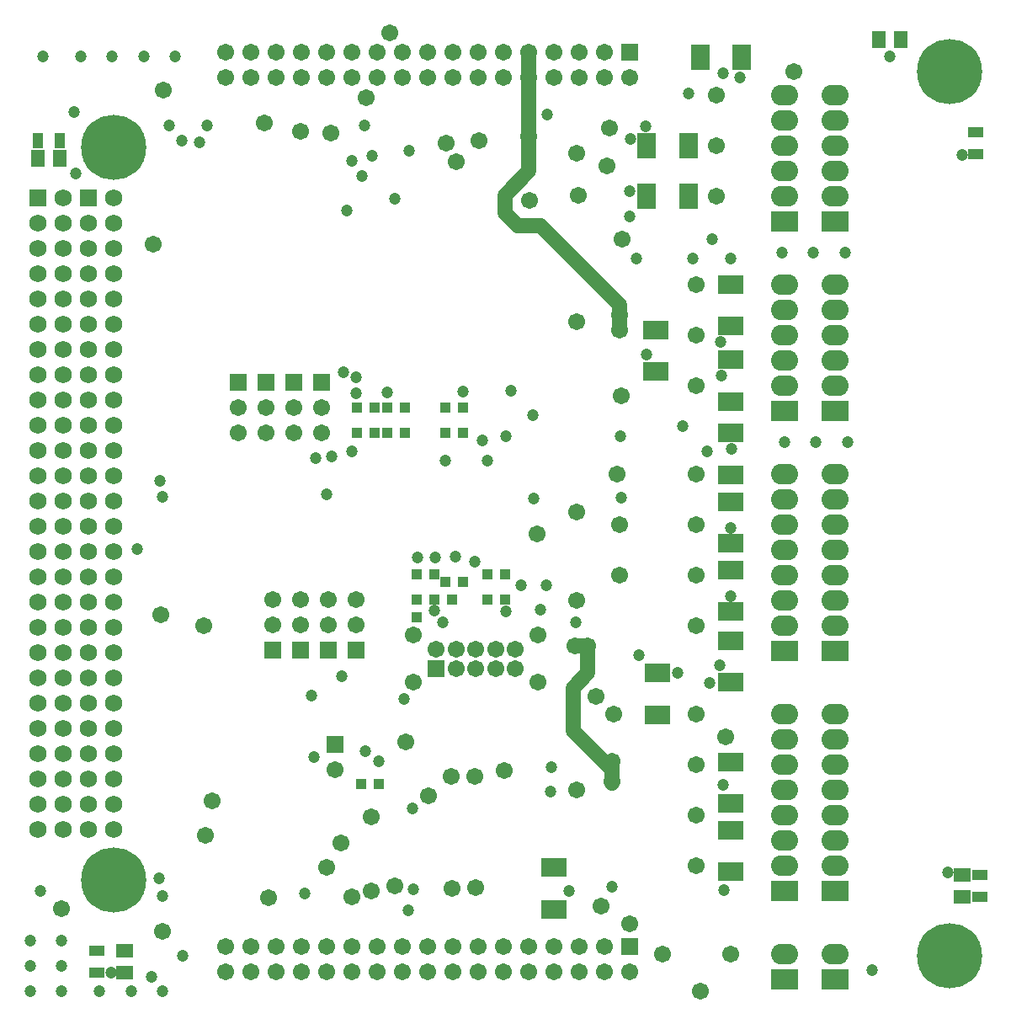
<source format=gbs>
G04 Layer_Color=16711935*
%FSAX25Y25*%
%MOIN*%
G70*
G01*
G75*
%ADD16C,0.05905*%
%ADD47R,0.04343X0.04343*%
%ADD49C,0.06706*%
%ADD50R,0.06706X0.06706*%
%ADD51R,0.06706X0.06706*%
%ADD52C,0.25800*%
%ADD53O,0.10642X0.08280*%
%ADD54R,0.10642X0.08280*%
%ADD55R,0.06902X0.06902*%
%ADD56C,0.06902*%
%ADD57C,0.04737*%
%ADD58R,0.09855X0.07178*%
%ADD59R,0.06509X0.05328*%
%ADD60R,0.05918X0.04343*%
%ADD61R,0.05328X0.06509*%
%ADD62R,0.04343X0.05918*%
%ADD63R,0.07178X0.09855*%
%ADD64R,0.04343X0.04343*%
D16*
X0711000Y0478985D02*
Y0486000D01*
X0675000Y0542000D02*
Y0589000D01*
X0665500Y0532500D02*
X0675000Y0542000D01*
X0665500Y0525500D02*
Y0532500D01*
Y0525500D02*
X0670500Y0520500D01*
X0679500D01*
X0710900Y0489100D01*
Y0484600D02*
Y0489100D01*
X0707800Y0299800D02*
Y0308300D01*
X0692500Y0320500D02*
X0707500Y0305500D01*
X0693200Y0353900D02*
X0698400D01*
Y0343400D02*
Y0353900D01*
X0692500Y0337500D02*
X0698400Y0343400D01*
X0692500Y0320500D02*
Y0337500D01*
D47*
X0665543Y0372500D02*
D03*
X0658457D02*
D03*
X0665543Y0382500D02*
D03*
X0658457D02*
D03*
X0649043Y0448500D02*
D03*
X0641957D02*
D03*
X0649043Y0438500D02*
D03*
X0641957D02*
D03*
X0626043D02*
D03*
X0618957D02*
D03*
X0626043Y0448500D02*
D03*
X0618957D02*
D03*
X0649043Y0379500D02*
D03*
X0641957D02*
D03*
X0644543Y0372500D02*
D03*
X0637457D02*
D03*
X0637543Y0382500D02*
D03*
X0630457D02*
D03*
X0614043Y0448500D02*
D03*
X0606957D02*
D03*
X0614043Y0438500D02*
D03*
X0606957D02*
D03*
X0608457Y0299400D02*
D03*
X0615543D02*
D03*
D49*
X0694000Y0549000D02*
D03*
X0693900Y0482500D02*
D03*
X0694000Y0372000D02*
D03*
Y0297000D02*
D03*
X0693900Y0406900D02*
D03*
X0661874Y0345000D02*
D03*
Y0352874D02*
D03*
X0654000Y0345000D02*
D03*
Y0352874D02*
D03*
X0669748D02*
D03*
X0678606Y0358386D02*
D03*
Y0339685D02*
D03*
X0629394Y0339587D02*
D03*
Y0358287D02*
D03*
X0638252Y0352874D02*
D03*
X0669748Y0345000D02*
D03*
X0646126D02*
D03*
Y0352874D02*
D03*
X0749244Y0532000D02*
D03*
Y0552000D02*
D03*
Y0572000D02*
D03*
X0741244Y0287000D02*
D03*
Y0267000D02*
D03*
Y0327000D02*
D03*
Y0307000D02*
D03*
X0755000Y0232000D02*
D03*
X0741244Y0497000D02*
D03*
Y0477000D02*
D03*
Y0457000D02*
D03*
Y0362000D02*
D03*
Y0382000D02*
D03*
Y0402000D02*
D03*
Y0422000D02*
D03*
X0571000Y0438500D02*
D03*
Y0448500D02*
D03*
X0560000Y0438500D02*
D03*
Y0448500D02*
D03*
X0582000Y0438500D02*
D03*
Y0448500D02*
D03*
X0595500Y0372500D02*
D03*
Y0362500D02*
D03*
X0573500Y0372500D02*
D03*
Y0362500D02*
D03*
X0675000Y0579000D02*
D03*
Y0589000D02*
D03*
X0685000Y0579000D02*
D03*
Y0589000D02*
D03*
X0695000Y0579000D02*
D03*
Y0589000D02*
D03*
X0705000Y0579000D02*
D03*
Y0589000D02*
D03*
X0715000Y0579000D02*
D03*
X0665000D02*
D03*
X0655000Y0589000D02*
D03*
Y0579000D02*
D03*
X0645000Y0589000D02*
D03*
Y0579000D02*
D03*
X0635000Y0589000D02*
D03*
Y0579000D02*
D03*
X0625000Y0589000D02*
D03*
Y0579000D02*
D03*
X0615000D02*
D03*
X0605000Y0589000D02*
D03*
Y0579000D02*
D03*
X0595000Y0589000D02*
D03*
Y0579000D02*
D03*
X0585000Y0589000D02*
D03*
Y0579000D02*
D03*
X0575000Y0589000D02*
D03*
Y0579000D02*
D03*
X0555000D02*
D03*
Y0589000D02*
D03*
X0565000Y0579000D02*
D03*
Y0589000D02*
D03*
X0665000D02*
D03*
X0615000D02*
D03*
X0675000Y0225000D02*
D03*
Y0235000D02*
D03*
X0685000Y0225000D02*
D03*
Y0235000D02*
D03*
X0695000Y0225000D02*
D03*
Y0235000D02*
D03*
X0705000Y0225000D02*
D03*
Y0235000D02*
D03*
X0715000Y0225000D02*
D03*
X0665000D02*
D03*
X0655000Y0235000D02*
D03*
Y0225000D02*
D03*
X0645000Y0235000D02*
D03*
Y0225000D02*
D03*
X0635000Y0235000D02*
D03*
Y0225000D02*
D03*
X0625000Y0235000D02*
D03*
Y0225000D02*
D03*
X0615000D02*
D03*
X0605000Y0235000D02*
D03*
Y0225000D02*
D03*
X0595000Y0235000D02*
D03*
Y0225000D02*
D03*
X0585000Y0235000D02*
D03*
Y0225000D02*
D03*
X0575000Y0235000D02*
D03*
Y0225000D02*
D03*
X0555000D02*
D03*
Y0235000D02*
D03*
X0565000Y0225000D02*
D03*
Y0235000D02*
D03*
X0665000D02*
D03*
X0615000D02*
D03*
X0606500Y0372500D02*
D03*
Y0362500D02*
D03*
X0593000Y0438500D02*
D03*
Y0448500D02*
D03*
X0598200Y0305000D02*
D03*
X0584500Y0372500D02*
D03*
Y0362500D02*
D03*
X0693200Y0353900D02*
D03*
X0706000Y0544000D02*
D03*
X0644700Y0258100D02*
D03*
X0653800Y0258300D02*
D03*
X0742900Y0217400D02*
D03*
X0715000Y0244000D02*
D03*
X0703700Y0251200D02*
D03*
X0530400Y0574000D02*
D03*
X0489900Y0250000D02*
D03*
X0612600Y0257100D02*
D03*
X0678100Y0398500D02*
D03*
X0701677Y0333977D02*
D03*
X0665300Y0304800D02*
D03*
X0653474Y0302519D02*
D03*
X0644400Y0302300D02*
D03*
X0620000Y0596800D02*
D03*
X0610700Y0571000D02*
D03*
X0694600Y0532500D02*
D03*
X0570200Y0561100D02*
D03*
X0584500Y0557600D02*
D03*
X0596600Y0557200D02*
D03*
X0646400Y0545800D02*
D03*
X0642300Y0553200D02*
D03*
X0655100Y0553900D02*
D03*
X0674900Y0555800D02*
D03*
X0753000Y0318200D02*
D03*
X0635100Y0294800D02*
D03*
X0626200Y0316000D02*
D03*
X0780000Y0581300D02*
D03*
X0708600Y0327000D02*
D03*
X0710900Y0485200D02*
D03*
X0711700Y0452900D02*
D03*
X0698400Y0353900D02*
D03*
X0707900Y0300400D02*
D03*
X0707800Y0308300D02*
D03*
X0546900Y0279100D02*
D03*
X0526200Y0513000D02*
D03*
X0549500Y0292700D02*
D03*
X0546402Y0362198D02*
D03*
X0675100Y0530300D02*
D03*
X0572000Y0254300D02*
D03*
X0622000Y0259100D02*
D03*
X0712000Y0515000D02*
D03*
X0711093Y0478893D02*
D03*
X0530000Y0241000D02*
D03*
X0711000Y0382000D02*
D03*
Y0402000D02*
D03*
X0710000Y0422000D02*
D03*
X0707000Y0559000D02*
D03*
X0529100Y0366400D02*
D03*
X0600700Y0276200D02*
D03*
X0594900Y0266400D02*
D03*
X0605000Y0254700D02*
D03*
X0612500Y0286500D02*
D03*
X0728000Y0231900D02*
D03*
D50*
X0638252Y0345000D02*
D03*
X0715000Y0589000D02*
D03*
Y0235000D02*
D03*
D51*
X0571000Y0458500D02*
D03*
X0560000D02*
D03*
X0582000D02*
D03*
X0595500Y0352500D02*
D03*
X0573500D02*
D03*
X0606500D02*
D03*
X0593000Y0458500D02*
D03*
X0598200Y0315000D02*
D03*
X0584500Y0352500D02*
D03*
D52*
X0510433Y0551433D02*
D03*
Y0261433D02*
D03*
X0841535Y0581433D02*
D03*
Y0231433D02*
D03*
D53*
X0776244Y0232000D02*
D03*
X0796244D02*
D03*
Y0542000D02*
D03*
X0776244D02*
D03*
X0796244Y0562000D02*
D03*
Y0572000D02*
D03*
X0776244Y0562000D02*
D03*
Y0572000D02*
D03*
X0796244Y0552000D02*
D03*
X0776244D02*
D03*
X0796244Y0532000D02*
D03*
X0776244D02*
D03*
X0796244Y0362000D02*
D03*
X0776244D02*
D03*
X0796244Y0392000D02*
D03*
X0776244D02*
D03*
X0796244Y0412000D02*
D03*
Y0422000D02*
D03*
X0776244Y0412000D02*
D03*
Y0422000D02*
D03*
X0796244Y0402000D02*
D03*
X0776244D02*
D03*
X0796244Y0382000D02*
D03*
X0776244D02*
D03*
X0796244Y0372000D02*
D03*
X0776244D02*
D03*
X0796244Y0467000D02*
D03*
X0776244D02*
D03*
X0796244Y0487000D02*
D03*
Y0497000D02*
D03*
X0776244Y0487000D02*
D03*
Y0497000D02*
D03*
X0796244Y0477000D02*
D03*
X0776244D02*
D03*
X0796244Y0457000D02*
D03*
X0776244D02*
D03*
X0796244Y0267000D02*
D03*
X0776244D02*
D03*
X0796244Y0297000D02*
D03*
X0776244D02*
D03*
X0796244Y0317000D02*
D03*
Y0327000D02*
D03*
X0776244Y0317000D02*
D03*
Y0327000D02*
D03*
X0796244Y0307000D02*
D03*
X0776244D02*
D03*
X0796244Y0287000D02*
D03*
X0776244D02*
D03*
X0796244Y0277000D02*
D03*
X0776244D02*
D03*
D54*
Y0222000D02*
D03*
X0796244D02*
D03*
Y0522000D02*
D03*
X0776244D02*
D03*
X0796244Y0352000D02*
D03*
X0776244D02*
D03*
X0796244Y0447000D02*
D03*
X0776244D02*
D03*
X0796244Y0257000D02*
D03*
X0776244D02*
D03*
D55*
X0500433Y0531398D02*
D03*
X0480453D02*
D03*
D56*
X0510433D02*
D03*
Y0521398D02*
D03*
X0500433D02*
D03*
X0510433Y0511398D02*
D03*
X0500433D02*
D03*
X0510433Y0501398D02*
D03*
X0500433D02*
D03*
X0510433Y0491398D02*
D03*
X0500433D02*
D03*
Y0441398D02*
D03*
X0510433D02*
D03*
X0500433Y0451398D02*
D03*
X0510433D02*
D03*
X0500433Y0461398D02*
D03*
X0510433D02*
D03*
X0500433Y0471398D02*
D03*
X0510433D02*
D03*
Y0481398D02*
D03*
X0500433D02*
D03*
Y0391398D02*
D03*
X0510433D02*
D03*
X0500433Y0401398D02*
D03*
X0510433D02*
D03*
X0500433Y0411398D02*
D03*
X0510433D02*
D03*
X0500433Y0421398D02*
D03*
X0510433D02*
D03*
Y0431398D02*
D03*
X0500433D02*
D03*
Y0341398D02*
D03*
X0510433D02*
D03*
X0500433Y0351398D02*
D03*
X0510433D02*
D03*
X0500433Y0361398D02*
D03*
X0510433D02*
D03*
X0500433Y0371398D02*
D03*
X0510433D02*
D03*
Y0381398D02*
D03*
X0500433D02*
D03*
Y0291398D02*
D03*
X0510433D02*
D03*
X0500433Y0301398D02*
D03*
X0510433D02*
D03*
X0500433Y0311398D02*
D03*
X0510433D02*
D03*
X0500433Y0321398D02*
D03*
X0510433D02*
D03*
Y0331398D02*
D03*
X0500433D02*
D03*
X0510433Y0281398D02*
D03*
X0500433D02*
D03*
X0490453Y0531398D02*
D03*
Y0521398D02*
D03*
X0480453D02*
D03*
X0490453Y0511398D02*
D03*
X0480453D02*
D03*
X0490453Y0501398D02*
D03*
X0480453D02*
D03*
X0490453Y0491398D02*
D03*
X0480453D02*
D03*
Y0441398D02*
D03*
X0490453D02*
D03*
X0480453Y0451398D02*
D03*
X0490453D02*
D03*
X0480453Y0461398D02*
D03*
X0490453D02*
D03*
X0480453Y0471398D02*
D03*
X0490453D02*
D03*
Y0481398D02*
D03*
X0480453D02*
D03*
Y0391398D02*
D03*
X0490453D02*
D03*
X0480453Y0401398D02*
D03*
X0490453D02*
D03*
X0480453Y0411398D02*
D03*
X0490453D02*
D03*
X0480453Y0421398D02*
D03*
X0490453D02*
D03*
Y0431398D02*
D03*
X0480453D02*
D03*
Y0341398D02*
D03*
X0490453D02*
D03*
X0480453Y0351398D02*
D03*
X0490453D02*
D03*
X0480453Y0361398D02*
D03*
X0490453D02*
D03*
X0480453Y0371398D02*
D03*
X0490453D02*
D03*
Y0381398D02*
D03*
X0480453D02*
D03*
Y0291398D02*
D03*
X0490453D02*
D03*
X0480453Y0301398D02*
D03*
X0490453D02*
D03*
X0480453Y0311398D02*
D03*
X0490453D02*
D03*
X0480453Y0321398D02*
D03*
X0490453D02*
D03*
Y0331398D02*
D03*
X0480453D02*
D03*
X0490453Y0281398D02*
D03*
X0480453D02*
D03*
D57*
X0615500Y0308500D02*
D03*
X0683800Y0305900D02*
D03*
X0629000Y0289700D02*
D03*
X0625500Y0333000D02*
D03*
X0677000Y0412500D02*
D03*
X0629400Y0257800D02*
D03*
X0681800Y0378200D02*
D03*
X0590000Y0310000D02*
D03*
X0530000Y0255000D02*
D03*
X0517500Y0217500D02*
D03*
X0505000D02*
D03*
X0477500D02*
D03*
X0490000D02*
D03*
X0530000D02*
D03*
X0477500Y0227500D02*
D03*
X0490000D02*
D03*
Y0237500D02*
D03*
X0477500D02*
D03*
X0520000Y0392500D02*
D03*
X0532500Y0560000D02*
D03*
X0535000Y0587500D02*
D03*
X0522500D02*
D03*
X0510000D02*
D03*
X0497500D02*
D03*
X0482500D02*
D03*
X0547500Y0560000D02*
D03*
X0610000D02*
D03*
X0603000Y0526500D02*
D03*
X0627500Y0550000D02*
D03*
X0605000Y0546000D02*
D03*
X0718600Y0350400D02*
D03*
X0586100Y0256100D02*
D03*
X0627400Y0249400D02*
D03*
X0708000Y0258800D02*
D03*
X0683500Y0296400D02*
D03*
X0679500Y0368500D02*
D03*
X0693500Y0363500D02*
D03*
X0610100Y0312500D02*
D03*
X0711700Y0412800D02*
D03*
X0711300Y0437000D02*
D03*
X0736000Y0441000D02*
D03*
X0747500Y0515000D02*
D03*
X0755000Y0507500D02*
D03*
X0717500D02*
D03*
X0740000D02*
D03*
X0738400Y0572800D02*
D03*
X0682200Y0564300D02*
D03*
X0595020Y0414180D02*
D03*
X0755200Y0432200D02*
D03*
X0721600Y0469500D02*
D03*
X0494900Y0565300D02*
D03*
X0495700Y0541000D02*
D03*
X0840800Y0264300D02*
D03*
X0817800Y0587300D02*
D03*
X0846500Y0548500D02*
D03*
X0752000Y0580800D02*
D03*
X0758600Y0578900D02*
D03*
X0751200Y0461000D02*
D03*
X0750800Y0474300D02*
D03*
X0745700Y0431000D02*
D03*
X0754800Y0400600D02*
D03*
Y0373700D02*
D03*
X0752300Y0257400D02*
D03*
X0752000Y0299000D02*
D03*
X0746700Y0339400D02*
D03*
X0750500Y0346400D02*
D03*
X0733800Y0343500D02*
D03*
X0715000Y0523900D02*
D03*
X0509500Y0224669D02*
D03*
X0715000Y0534000D02*
D03*
X0721200Y0559800D02*
D03*
X0715200Y0554700D02*
D03*
X0690800Y0257200D02*
D03*
X0481500Y0257100D02*
D03*
X0800100Y0509600D02*
D03*
X0775100D02*
D03*
X0787600D02*
D03*
X0801100Y0434600D02*
D03*
X0776100D02*
D03*
X0788600D02*
D03*
X0811000Y0225600D02*
D03*
X0676500Y0445500D02*
D03*
X0648823Y0454677D02*
D03*
X0641957Y0427543D02*
D03*
X0656500Y0435500D02*
D03*
X0658457Y0427457D02*
D03*
X0672000Y0378000D02*
D03*
X0653500Y0387500D02*
D03*
X0619000Y0454500D02*
D03*
X0646000Y0389500D02*
D03*
X0622000Y0531000D02*
D03*
X0529000Y0419500D02*
D03*
X0530000Y0413000D02*
D03*
X0666000Y0437000D02*
D03*
X0668000Y0455000D02*
D03*
X0606500Y0454000D02*
D03*
X0544500Y0553500D02*
D03*
X0537500Y0554000D02*
D03*
X0613000Y0548000D02*
D03*
X0609000Y0540000D02*
D03*
X0528500Y0262000D02*
D03*
X0525500Y0223000D02*
D03*
X0538000Y0231500D02*
D03*
X0666000Y0367697D02*
D03*
X0601000Y0342000D02*
D03*
X0589000Y0334500D02*
D03*
X0637500Y0368000D02*
D03*
X0641000Y0363500D02*
D03*
X0601500Y0462500D02*
D03*
X0606500Y0460500D02*
D03*
X0605000Y0431000D02*
D03*
X0597000Y0429000D02*
D03*
X0590500Y0428500D02*
D03*
X0638000Y0389000D02*
D03*
X0631000D02*
D03*
D58*
X0755039Y0497189D02*
D03*
Y0480575D02*
D03*
X0725283Y0479189D02*
D03*
Y0462575D02*
D03*
X0754961Y0450811D02*
D03*
Y0467425D02*
D03*
X0755039Y0384189D02*
D03*
Y0367575D02*
D03*
Y0411189D02*
D03*
Y0394575D02*
D03*
Y0356189D02*
D03*
Y0339575D02*
D03*
X0754961Y0421811D02*
D03*
Y0438425D02*
D03*
X0725961Y0326811D02*
D03*
Y0343425D02*
D03*
X0755039Y0308189D02*
D03*
Y0291575D02*
D03*
Y0281189D02*
D03*
Y0264575D02*
D03*
X0685039Y0266389D02*
D03*
Y0249775D02*
D03*
D59*
X0846500Y0263331D02*
D03*
Y0254669D02*
D03*
X0515000Y0224669D02*
D03*
Y0233331D02*
D03*
D60*
X0853500Y0254669D02*
D03*
Y0263331D02*
D03*
X0852000Y0557331D02*
D03*
Y0548669D02*
D03*
X0504000Y0233331D02*
D03*
Y0224669D02*
D03*
D61*
X0813669Y0594000D02*
D03*
X0822331D02*
D03*
X0480669Y0547000D02*
D03*
X0489331D02*
D03*
D62*
Y0554000D02*
D03*
X0480669D02*
D03*
D63*
X0759425Y0587039D02*
D03*
X0742811D02*
D03*
X0721575Y0551961D02*
D03*
X0738189D02*
D03*
X0721575Y0531961D02*
D03*
X0738189D02*
D03*
D64*
X0630500Y0372543D02*
D03*
Y0365457D02*
D03*
M02*

</source>
